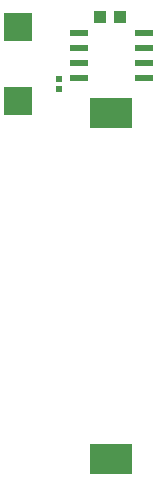
<source format=gbr>
G04 EAGLE Gerber RS-274X export*
G75*
%MOMM*%
%FSLAX34Y34*%
%LPD*%
%INSolderpaste Bottom*%
%IPPOS*%
%AMOC8*
5,1,8,0,0,1.08239X$1,22.5*%
G01*
%ADD10R,2.403600X2.368000*%
%ADD11R,3.600000X2.600000*%
%ADD12R,1.524000X0.609600*%
%ADD13R,0.600000X0.540000*%
%ADD14R,1.100000X1.000000*%


D10*
X46508Y321558D03*
X46508Y383982D03*
D11*
X125460Y18000D03*
X125460Y311000D03*
D12*
X98298Y340360D03*
X153162Y340360D03*
X98298Y353060D03*
X98298Y365760D03*
X153162Y353060D03*
X153162Y365760D03*
X98298Y378460D03*
X153162Y378460D03*
D13*
X81280Y339600D03*
X81280Y330960D03*
D14*
X132960Y392430D03*
X115960Y392430D03*
M02*

</source>
